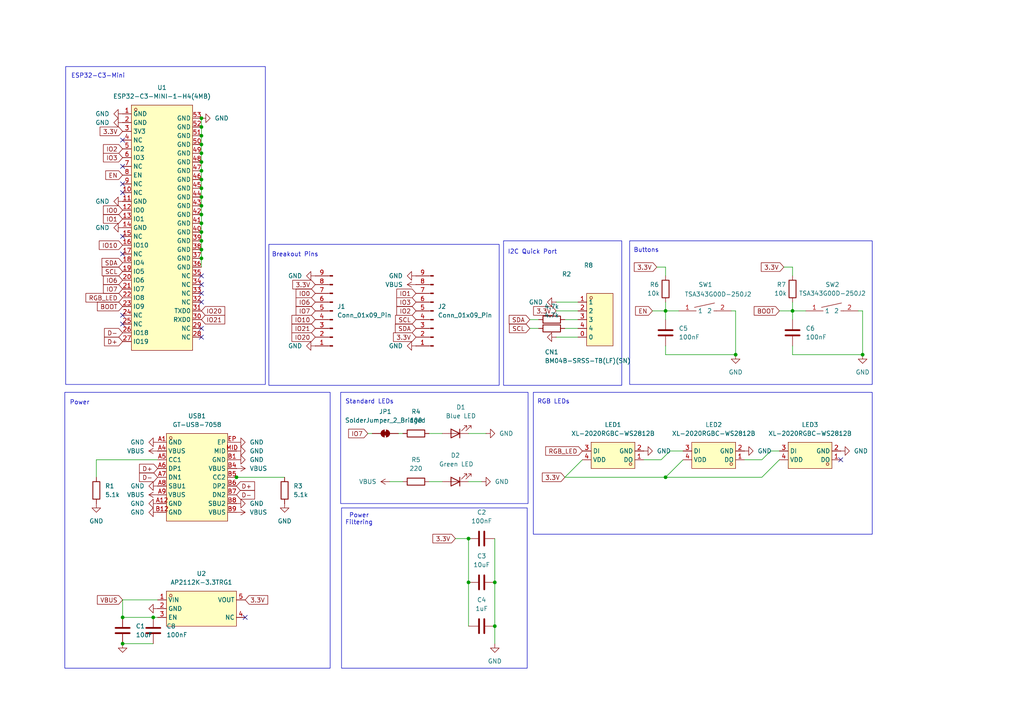
<source format=kicad_sch>
(kicad_sch (version 20250114) (generator "eeschema") (generator_version "9.0")
  (paper "A4")
  (lib_symbols
    (symbol "Connector:Conn_01x09_Pin" (pin_names (offset 1.016) (hide yes))
      (property "Reference" "J" (at 0 12.7 0))
      (property "Value" "Conn_01x09_Pin" (at 0 -12.7 0))
      (symbol "Conn_01x09_Pin_1_1"
        (rectangle (start 0.8636 10.287) (end 0 10.033) (stroke (width 0.1524)) (fill (type outline)))
        (rectangle (start 0.8636 7.747) (end 0 7.493) (stroke (width 0.1524)) (fill (type outline)))
        (rectangle (start 0.8636 5.207) (end 0 4.953) (stroke (width 0.1524)) (fill (type outline)))
        (rectangle (start 0.8636 2.667) (end 0 2.413) (stroke (width 0.1524)) (fill (type outline)))
        (rectangle (start 0.8636 0.127) (end 0 -0.127) (stroke (width 0.1524)) (fill (type outline)))
        (rectangle (start 0.8636 -2.413) (end 0 -2.667) (stroke (width 0.1524)) (fill (type outline)))
        (rectangle (start 0.8636 -4.953) (end 0 -5.207) (stroke (width 0.1524)) (fill (type outline)))
        (rectangle (start 0.8636 -7.493) (end 0 -7.747) (stroke (width 0.1524)) (fill (type outline)))
        (rectangle (start 0.8636 -10.033) (end 0 -10.287) (stroke (width 0.1524)) (fill (type outline)))
        (polyline (pts (xy 1.27 10.16) (xy 0.8636 10.16)) (stroke (width 0.1524)))
        (polyline (pts (xy 1.27 7.62) (xy 0.8636 7.62)) (stroke (width 0.1524)))
        (polyline (pts (xy 1.27 5.08) (xy 0.8636 5.08)) (stroke (width 0.1524)))
        (polyline (pts (xy 1.27 2.54) (xy 0.8636 2.54)) (stroke (width 0.1524)))
        (polyline (pts (xy 1.27 0) (xy 0.8636 0)) (stroke (width 0.1524)))
        (polyline (pts (xy 1.27 -2.54) (xy 0.8636 -2.54)) (stroke (width 0.1524)))
        (polyline (pts (xy 1.27 -5.08) (xy 0.8636 -5.08)) (stroke (width 0.1524)))
        (polyline (pts (xy 1.27 -7.62) (xy 0.8636 -7.62)) (stroke (width 0.1524)))
        (polyline (pts (xy 1.27 -10.16) (xy 0.8636 -10.16)) (stroke (width 0.1524)))
        (pin passive line (at 5.08 10.16 180) (length 3.81) (name "Pin_1") (number "1"))
        (pin passive line (at 5.08 7.62 180) (length 3.81) (name "Pin_2") (number "2"))
        (pin passive line (at 5.08 5.08 180) (length 3.81) (name "Pin_3") (number "3"))
        (pin passive line (at 5.08 2.54 180) (length 3.81) (name "Pin_4") (number "4"))
        (pin passive line (at 5.08 0 180) (length 3.81) (name "Pin_5") (number "5"))
        (pin passive line (at 5.08 -2.54 180) (length 3.81) (name "Pin_6") (number "6"))
        (pin passive line (at 5.08 -5.08 180) (length 3.81) (name "Pin_7") (number "7"))
        (pin passive line (at 5.08 -7.62 180) (length 3.81) (name "Pin_8") (number "8"))
        (pin passive line (at 5.08 -10.16 180) (length 3.81) (name "Pin_9") (number "9"))
      )
    )
    (symbol "Device:C" (pin_numbers (hide yes)) (pin_names (offset 0.254))
      (property "Reference" "C" (at 0.635 2.54 0))
      (property "Value" "C" (at 0.635 -2.54 0))
      (symbol "C_0_1"
        (polyline (pts (xy -2.032 0.762) (xy 2.032 0.762)) (stroke (width 0.508)))
        (polyline (pts (xy -2.032 -0.762) (xy 2.032 -0.762)) (stroke (width 0.508)))
      )
      (symbol "C_1_1"
        (pin passive line (at 0 3.81 270) (length 2.794) (name "~") (number "1"))
        (pin passive line (at 0 -3.81 90) (length 2.794) (name "~") (number "2"))
      )
    )
    (symbol "Device:LED" (pin_numbers (hide yes)) (pin_names (offset 1.016) (hide yes))
      (property "Reference" "D" (at 0 2.54 0))
      (property "Value" "LED" (at 0 -2.54 0))
      (symbol "LED_0_1"
        (polyline (pts (xy -3.048 -0.762) (xy -4.572 -2.286) (xy -3.81 -2.286) (xy -4.572 -2.286) (xy -4.572 -1.524)))
        (polyline (pts (xy -1.778 -0.762) (xy -3.302 -2.286) (xy -2.54 -2.286) (xy -3.302 -2.286) (xy -3.302 -1.524)))
        (polyline (pts (xy -1.27 0) (xy 1.27 0)))
        (polyline (pts (xy -1.27 -1.27) (xy -1.27 1.27)) (stroke (width 0.254)))
        (polyline (pts (xy 1.27 -1.27) (xy 1.27 1.27) (xy -1.27 0) (xy 1.27 -1.27)) (stroke (width 0.254)))
      )
      (symbol "LED_1_1"
        (pin passive line (at -3.81 0 0) (length 2.54) (name "K") (number "1"))
        (pin passive line (at 3.81 0 180) (length 2.54) (name "A") (number "2"))
      )
    )
    (symbol "Device:R" (pin_numbers (hide yes)) (pin_names (offset 0))
      (property "Reference" "R" (at 2.032 0 90))
      (property "Value" "R" (at 0 0 90))
      (symbol "R_0_1"
        (rectangle (start -1.016 -2.54) (end 1.016 2.54) (stroke (width 0.254)))
      )
      (symbol "R_1_1"
        (pin passive line (at 0 3.81 270) (length 1.27) (name "~") (number "1"))
        (pin passive line (at 0 -3.81 90) (length 1.27) (name "~") (number "2"))
      )
    )
    (symbol "EASYEDA2KICAD:AP2112K-3.3TRG1"
      (property "Reference" "U" (at 0 7.62 0))
      (property "Value" "AP2112K-3.3TRG1" (at 0 -7.62 0))
      (symbol "AP2112K-3.3TRG1_0_1"
        (rectangle (start -10.16 5.08) (end 10.16 -5.08) (fill (type background)))
        (circle (center -8.89 3.81) (radius 0.38))
        (pin unspecified line (at -12.7 2.54 0) (length 2.54) (name "VIN") (number "1"))
        (pin unspecified line (at -12.7 0 0) (length 2.54) (name "GND") (number "2"))
        (pin unspecified line (at -12.7 -2.54 0) (length 2.54) (name "EN") (number "3"))
        (pin unspecified line (at 12.7 2.54 180) (length 2.54) (name "VOUT") (number "5"))
        (pin unspecified line (at 12.7 -2.54 180) (length 2.54) (name "NC") (number "4"))
      )
    )
    (symbol "EASYEDA2KICAD:BM04B-SRSS-TB(LF)(SN)"
      (property "Reference" "CN" (at 0 10.16 0))
      (property "Value" "BM04B-SRSS-TB(LF)(SN)" (at 0 -10.16 0))
      (symbol "BM04B-SRSS-TB(LF)(SN)_0_1"
        (rectangle (start -2.54 7.62) (end 5.08 -7.62) (fill (type background)))
        (circle (center -1.27 6.35) (radius 0.38))
        (pin unspecified line (at -5.08 5.08 0) (length 2.54) (name "1") (number "1"))
        (pin unspecified line (at -5.08 2.54 0) (length 2.54) (name "2") (number "2"))
        (pin unspecified line (at -5.08 0 0) (length 2.54) (name "3") (number "3"))
        (pin unspecified line (at -5.08 -2.54 0) (length 2.54) (name "4") (number "4"))
        (pin unspecified line (at -5.08 -5.08 0) (length 2.54) (name "0") (number "0"))
      )
    )
    (symbol "EASYEDA2KICAD:ESP32-C3-MINI-1-H4(4MB)"
      (property "Reference" "U" (at 0 38.1 0))
      (property "Value" "ESP32-C3-MINI-1-H4(4MB)" (at 0 -38.1 0))
      (symbol "ESP32-C3-MINI-1-H4(4MB)_0_1"
        (rectangle (start -8.89 35.56) (end 8.89 -35.56) (fill (type background)))
        (circle (center -7.62 34.29) (radius 0.38))
        (pin unspecified line (at -11.43 33.02 0) (length 2.54) (name "GND") (number "1"))
        (pin unspecified line (at -11.43 30.48 0) (length 2.54) (name "GND") (number "2"))
        (pin unspecified line (at -11.43 27.94 0) (length 2.54) (name "3V3") (number "3"))
        (pin unspecified line (at -11.43 25.4 0) (length 2.54) (name "NC") (number "4"))
        (pin unspecified line (at -11.43 22.86 0) (length 2.54) (name "IO2") (number "5"))
        (pin unspecified line (at -11.43 20.32 0) (length 2.54) (name "IO3") (number "6"))
        (pin unspecified line (at -11.43 17.78 0) (length 2.54) (name "NC") (number "7"))
        (pin unspecified line (at -11.43 15.24 0) (length 2.54) (name "EN") (number "8"))
        (pin unspecified line (at -11.43 12.7 0) (length 2.54) (name "NC") (number "9"))
        (pin unspecified line (at -11.43 10.16 0) (length 2.54) (name "NC") (number "10"))
        (pin unspecified line (at -11.43 7.62 0) (length 2.54) (name "GND") (number "11"))
        (pin unspecified line (at -11.43 5.08 0) (length 2.54) (name "IO0") (number "12"))
        (pin unspecified line (at -11.43 2.54 0) (length 2.54) (name "IO1") (number "13"))
        (pin unspecified line (at -11.43 0 0) (length 2.54) (name "GND") (number "14"))
        (pin unspecified line (at -11.43 -2.54 0) (length 2.54) (name "NC") (number "15"))
        (pin unspecified line (at -11.43 -5.08 0) (length 2.54) (name "IO10") (number "16"))
        (pin unspecified line (at -11.43 -7.62 0) (length 2.54) (name "NC") (number "17"))
        (pin unspecified line (at -11.43 -10.16 0) (length 2.54) (name "IO4") (number "18"))
        (pin unspecified line (at -11.43 -12.7 0) (length 2.54) (name "IO5") (number "19"))
        (pin unspecified line (at -11.43 -15.24 0) (length 2.54) (name "IO6") (number "20"))
        (pin unspecified line (at -11.43 -17.78 0) (length 2.54) (name "IO7") (number "21"))
        (pin unspecified line (at -11.43 -20.32 0) (length 2.54) (name "IO8") (number "22"))
        (pin unspecified line (at -11.43 -22.86 0) (length 2.54) (name "IO9") (number "23"))
        (pin unspecified line (at -11.43 -25.4 0) (length 2.54) (name "NC") (number "24"))
        (pin unspecified line (at -11.43 -27.94 0) (length 2.54) (name "NC") (number "25"))
        (pin unspecified line (at -11.43 -30.48 0) (length 2.54) (name "IO18") (number "26"))
        (pin unspecified line (at -11.43 -33.02 0) (length 2.54) (name "IO19") (number "27"))
        (pin unspecified line (at 11.43 31.75 180) (length 2.54) (name "GND") (number "53"))
        (pin unspecified line (at 11.43 29.21 180) (length 2.54) (name "GND") (number "52"))
        (pin unspecified line (at 11.43 26.67 180) (length 2.54) (name "GND") (number "51"))
        (pin unspecified line (at 11.43 24.13 180) (length 2.54) (name "GND") (number "50"))
        (pin unspecified line (at 11.43 21.59 180) (length 2.54) (name "GND") (number "49"))
        (pin unspecified line (at 11.43 19.05 180) (length 2.54) (name "GND") (number "48"))
        (pin unspecified line (at 11.43 16.51 180) (length 2.54) (name "GND") (number "47"))
        (pin unspecified line (at 11.43 13.97 180) (length 2.54) (name "GND") (number "46"))
        (pin unspecified line (at 11.43 11.43 180) (length 2.54) (name "GND") (number "45"))
        (pin unspecified line (at 11.43 8.89 180) (length 2.54) (name "GND") (number "44"))
        (pin unspecified line (at 11.43 6.35 180) (length 2.54) (name "GND") (number "43"))
        (pin unspecified line (at 11.43 3.81 180) (length 2.54) (name "GND") (number "42"))
        (pin unspecified line (at 11.43 1.27 180) (length 2.54) (name "GND") (number "41"))
        (pin unspecified line (at 11.43 -1.27 180) (length 2.54) (name "GND") (number "40"))
        (pin unspecified line (at 11.43 -3.81 180) (length 2.54) (name "GND") (number "39"))
        (pin unspecified line (at 11.43 -6.35 180) (length 2.54) (name "GND") (number "38"))
        (pin unspecified line (at 11.43 -8.89 180) (length 2.54) (name "GND") (number "37"))
        (pin unspecified line (at 11.43 -11.43 180) (length 2.54) (name "GND") (number "36"))
        (pin unspecified line (at 11.43 -13.97 180) (length 2.54) (name "NC") (number "35"))
        (pin unspecified line (at 11.43 -16.51 180) (length 2.54) (name "NC") (number "34"))
        (pin unspecified line (at 11.43 -19.05 180) (length 2.54) (name "NC") (number "33"))
        (pin unspecified line (at 11.43 -21.59 180) (length 2.54) (name "NC") (number "32"))
        (pin unspecified line (at 11.43 -24.13 180) (length 2.54) (name "TXD0") (number "31"))
        (pin unspecified line (at 11.43 -26.67 180) (length 2.54) (name "RXD0") (number "30"))
        (pin unspecified line (at 11.43 -29.21 180) (length 2.54) (name "NC") (number "29"))
        (pin unspecified line (at 11.43 -31.75 180) (length 2.54) (name "NC") (number "28"))
      )
    )
    (symbol "EASYEDA2KICAD:GT-USB-7058"
      (property "Reference" "USB" (at 0 15.24 0))
      (property "Value" "GT-USB-7058" (at 0 -15.24 0))
      (symbol "GT-USB-7058_0_1"
        (rectangle (start -8.89 12.7) (end 8.89 -12.7) (fill (type background)))
        (circle (center -7.62 11.43) (radius 0.38))
        (pin unspecified line (at -11.43 10.16 0) (length 2.54) (name "GND") (number "A1"))
        (pin unspecified line (at -11.43 7.62 0) (length 2.54) (name "VBUS") (number "A4"))
        (pin unspecified line (at -11.43 5.08 0) (length 2.54) (name "CC1") (number "A5"))
        (pin unspecified line (at -11.43 2.54 0) (length 2.54) (name "DP1") (number "A6"))
        (pin unspecified line (at -11.43 0 0) (length 2.54) (name "DN1") (number "A7"))
        (pin unspecified line (at -11.43 -2.54 0) (length 2.54) (name "SBU1") (number "A8"))
        (pin unspecified line (at -11.43 -5.08 0) (length 2.54) (name "VBUS") (number "A9"))
        (pin unspecified line (at -11.43 -7.62 0) (length 2.54) (name "GND") (number "A12"))
        (pin unspecified line (at -11.43 -10.16 0) (length 2.54) (name "GND") (number "B12"))
        (pin unspecified line (at 11.43 10.16 180) (length 2.54) (name "EP") (number "EP"))
        (pin unspecified line (at 11.43 7.62 180) (length 2.54) (name "MID") (number "MID"))
        (pin unspecified line (at 11.43 5.08 180) (length 2.54) (name "GND") (number "B1"))
        (pin unspecified line (at 11.43 2.54 180) (length 2.54) (name "VBUS") (number "B4"))
        (pin unspecified line (at 11.43 0 180) (length 2.54) (name "CC2") (number "B5"))
        (pin unspecified line (at 11.43 -2.54 180) (length 2.54) (name "DP2") (number "B6"))
        (pin unspecified line (at 11.43 -5.08 180) (length 2.54) (name "DN2") (number "B7"))
        (pin unspecified line (at 11.43 -7.62 180) (length 2.54) (name "SBU2") (number "B8"))
        (pin unspecified line (at 11.43 -10.16 180) (length 2.54) (name "VBUS") (number "B9"))
      )
    )
    (symbol "EASYEDA2KICAD:TSA343G00D-250J2"
      (property "Reference" "SW" (at 0 5.08 0))
      (property "Value" "TSA343G00D-250J2" (at 0 -5.08 0))
      (symbol "TSA343G00D-250J2_0_1"
        (polyline (pts (xy -3.05 1.02) (xy 2.79 2.29)))
        (arc (start -1.78 0) (mid -1.78 0.04) (end -1.78 0))
        (arc (start 3.3 0) (mid 3.3 0.04) (end 3.3 0))
        (pin input line (at -7.62 0 0) (length 5.08) (name "1") (number "1"))
        (pin input line (at 7.62 0 180) (length 5.08) (name "2") (number "2"))
      )
    )
    (symbol "EASYEDA2KICAD:XL-2020RGBC-WS2812B"
      (property "Reference" "LED" (at 0 6.35 0))
      (property "Value" "XL-2020RGBC-WS2812B" (at 0 -6.35 0))
      (symbol "XL-2020RGBC-WS2812B_0_1"
        (rectangle (start -6.35 3.81) (end 6.35 -3.81) (fill (type background)))
        (circle (center 5.08 -2.54) (radius 0.38))
        (pin unspecified line (at -8.89 1.27 0) (length 2.54) (name "DI") (number "3"))
        (pin unspecified line (at -8.89 -1.27 0) (length 2.54) (name "VDD") (number "4"))
        (pin unspecified line (at 8.89 1.27 180) (length 2.54) (name "GND") (number "2"))
        (pin unspecified line (at 8.89 -1.27 180) (length 2.54) (name "DO") (number "1"))
      )
    )
    (symbol "Jumper:SolderJumper_2_Bridged" (pin_numbers (hide yes)) (pin_names (offset 0) (hide yes)) (in_bom no)
      (property "Reference" "JP" (at 0 2.032 0))
      (property "Value" "SolderJumper_2_Bridged" (at 0 -2.54 0))
      (symbol "SolderJumper_2_Bridged_0_1"
        (rectangle (start -0.508 0.508) (end 0.508 -0.508) (fill (type outline)))
        (polyline (pts (xy -0.254 1.016) (xy -0.254 -1.016)))
        (arc (start -0.254 -1.016) (mid -1.2656 0) (end -0.254 1.016))
        (arc (start -0.254 -1.016) (mid -1.2656 0) (end -0.254 1.016) (fill (type outline)))
        (arc (start 0.254 1.016) (mid 1.2656 0) (end 0.254 -1.016))
        (arc (start 0.254 1.016) (mid 1.2656 0) (end 0.254 -1.016) (fill (type outline)))
        (polyline (pts (xy 0.254 1.016) (xy 0.254 -1.016)))
      )
      (symbol "SolderJumper_2_Bridged_1_1"
        (pin passive line (at -3.81 0 0) (length 2.54) (name "A") (number "1"))
        (pin passive line (at 3.81 0 180) (length 2.54) (name "B") (number "2"))
      )
    )
    (symbol "power:GND" (power) (pin_numbers (hide yes)) (pin_names (offset 0) (hide yes))
      (property "Value" "GND" (at 0 -3.81 0))
      (symbol "GND_0_1"
        (polyline (pts (xy 0 0) (xy 0 -1.27) (xy 1.27 -1.27) (xy 0 -2.54) (xy -1.27 -1.27) (xy 0 -1.27)))
      )
      (symbol "GND_1_1"
        (pin power_in line (at 0 0 270) (length 0) (name "~") (number "1"))
      )
    )
    (symbol "power:VBUS" (power) (pin_numbers (hide yes)) (pin_names (offset 0) (hide yes))
      (property "Value" "VBUS" (at 0 3.556 0))
      (symbol "VBUS_0_1"
        (polyline (pts (xy -0.762 1.27) (xy 0 2.54)))
        (polyline (pts (xy 0 2.54) (xy 0.762 1.27)))
        (polyline (pts (xy 0 0) (xy 0 2.54)))
      )
      (symbol "VBUS_1_1"
        (pin power_in line (at 0 0 90) (length 0) (name "~") (number "1"))
      )
    )
  )
  (rectangle (start 77.978 70.866) (end 144.78 111.76))
  (rectangle (start 182.626 69.85) (end 252.984 111.506))
  (rectangle (start 99.06 147.32) (end 152.908 193.802))
  (rectangle (start 98.806 113.792) (end 153.162 146.05))
  (rectangle (start 18.796 113.792) (end 95.758 193.802))
  (rectangle (start 154.686 113.792) (end 252.984 154.94))
  (rectangle (start 146.05 69.85) (end 180.34 111.76))
  (rectangle (start 19.05 19.304) (end 76.962 111.506))
  (text "Buttons\n" (at 187.452 72.644 0) (effects (font (size 1.27 1.27))))
  (text "I2C Quick Port\n" (at 154.432 73.152 0) (effects (font (size 1.27 1.27))))
  (text "RGB LEDs\n" (at 160.528 116.586 0) (effects (font (size 1.27 1.27))))
  (text "ESP32-C3-Mini\n" (at 28.448 22.098 0) (effects (font (size 1.27 1.27))))
  (text "Breakout Pins\n" (at 85.598 73.914 0) (effects (font (size 1.27 1.27))))
  (text "Power\nFiltering\n" (at 104.14 150.622 0) (effects (font (size 1.27 1.27))))
  (text "Standard LEDs\n" (at 107.188 116.586 0) (effects (font (size 1.27 1.27))))
  (text "Power\n" (at 23.114 116.84 0) (effects (font (size 1.27 1.27))))
  (junction (at 213.36 102.87))
  (junction (at 58.42 39.37))
  (junction (at 58.42 64.77))
  (junction (at 58.42 54.61))
  (junction (at 193.04 138.43))
  (junction (at 58.42 62.23))
  (junction (at 58.42 52.07))
  (junction (at 35.56 186.69))
  (junction (at 250.19 102.87))
  (junction (at 135.89 156.21))
  (junction (at 58.42 49.53))
  (junction (at 58.42 72.39))
  (junction (at 135.89 168.91))
  (junction (at 58.42 59.69))
  (junction (at 58.42 34.29))
  (junction (at 143.51 181.61))
  (junction (at 58.42 74.93))
  (junction (at 44.45 179.07))
  (junction (at 58.42 67.31))
  (junction (at 68.58 138.43))
  (junction (at 58.42 46.99))
  (junction (at 58.42 44.45))
  (junction (at 58.42 69.85))
  (junction (at 193.04 90.17))
  (junction (at 58.42 41.91))
  (junction (at 229.87 90.17))
  (junction (at 143.51 168.91))
  (junction (at 35.56 179.07))
  (junction (at 58.42 57.15))
  (junction (at 58.42 36.83))
  (no_connect (at 35.56 53.34))
  (no_connect (at 35.56 93.98))
  (no_connect (at 58.42 82.55))
  (no_connect (at 35.56 55.88))
  (no_connect (at 35.56 48.26))
  (no_connect (at 35.56 68.58))
  (no_connect (at 58.42 85.09))
  (no_connect (at 35.56 73.66))
  (no_connect (at 58.42 97.79))
  (no_connect (at 58.42 80.01))
  (no_connect (at 243.84 133.35))
  (no_connect (at 35.56 40.64))
  (no_connect (at 71.12 179.07))
  (no_connect (at 58.42 95.25))
  (no_connect (at 58.42 87.63))
  (no_connect (at 35.56 91.44))
  (wire (pts (xy 226.06 90.17) (xy 229.87 90.17)))
  (wire (pts (xy 58.42 49.53) (xy 58.42 52.07)))
  (wire (pts (xy 212.09 90.17) (xy 213.36 90.17)))
  (wire (pts (xy 68.58 138.43) (xy 82.55 138.43)))
  (wire (pts (xy 220.98 138.43) (xy 226.06 133.35)))
  (wire (pts (xy 113.03 139.7) (xy 116.84 139.7)))
  (wire (pts (xy 58.42 46.99) (xy 58.42 49.53)))
  (wire (pts (xy 66.04 138.43) (xy 68.58 138.43)))
  (wire (pts (xy 193.04 102.87) (xy 213.36 102.87)))
  (wire (pts (xy 58.42 57.15) (xy 58.42 59.69)))
  (wire (pts (xy 58.42 59.69) (xy 58.42 62.23)))
  (wire (pts (xy 194.31 130.81) (xy 198.12 130.81)))
  (wire (pts (xy 135.89 156.21) (xy 135.89 168.91)))
  (wire (pts (xy 44.45 179.07) (xy 45.72 179.07)))
  (wire (pts (xy 193.04 90.17) (xy 193.04 92.71)))
  (wire (pts (xy 193.04 77.47) (xy 193.04 80.01)))
  (wire (pts (xy 135.89 139.7) (xy 139.7 139.7)))
  (wire (pts (xy 115.57 125.73) (xy 116.84 125.73)))
  (wire (pts (xy 193.04 138.43) (xy 220.98 138.43)))
  (wire (pts (xy 58.42 62.23) (xy 58.42 64.77)))
  (wire (pts (xy 58.42 64.77) (xy 58.42 67.31)))
  (wire (pts (xy 58.42 34.29) (xy 58.42 36.83)))
  (wire (pts (xy 250.19 90.17) (xy 250.19 102.87)))
  (wire (pts (xy 167.64 87.63) (xy 161.29 87.63)))
  (wire (pts (xy 143.51 181.61) (xy 143.51 186.69)))
  (wire (pts (xy 143.51 168.91) (xy 143.51 181.61)))
  (wire (pts (xy 163.83 138.43) (xy 193.04 138.43)))
  (wire (pts (xy 58.42 67.31) (xy 58.42 69.85)))
  (wire (pts (xy 135.89 168.91) (xy 135.89 181.61)))
  (wire (pts (xy 153.67 92.71) (xy 156.21 92.71)))
  (wire (pts (xy 35.56 173.99) (xy 45.72 173.99)))
  (wire (pts (xy 189.23 90.17) (xy 193.04 90.17)))
  (wire (pts (xy 223.52 130.81) (xy 226.06 130.81)))
  (wire (pts (xy 153.67 95.25) (xy 156.21 95.25)))
  (wire (pts (xy 186.69 133.35) (xy 191.77 133.35)))
  (wire (pts (xy 58.42 36.83) (xy 58.42 39.37)))
  (wire (pts (xy 229.87 77.47) (xy 229.87 80.01)))
  (wire (pts (xy 124.46 139.7) (xy 128.27 139.7)))
  (wire (pts (xy 58.42 52.07) (xy 58.42 54.61)))
  (wire (pts (xy 163.83 95.25) (xy 167.64 95.25)))
  (wire (pts (xy 229.87 90.17) (xy 229.87 92.71)))
  (wire (pts (xy 229.87 102.87) (xy 250.19 102.87)))
  (wire (pts (xy 167.64 97.79) (xy 161.29 97.79)))
  (wire (pts (xy 58.42 69.85) (xy 58.42 72.39)))
  (wire (pts (xy 191.77 133.35) (xy 194.31 130.81)))
  (wire (pts (xy 248.92 90.17) (xy 250.19 90.17)))
  (wire (pts (xy 58.42 74.93) (xy 58.42 77.47)))
  (wire (pts (xy 229.87 87.63) (xy 229.87 90.17)))
  (wire (pts (xy 58.42 39.37) (xy 58.42 41.91)))
  (wire (pts (xy 27.94 133.35) (xy 27.94 138.43)))
  (wire (pts (xy 193.04 102.87) (xy 193.04 100.33)))
  (wire (pts (xy 163.83 92.71) (xy 167.64 92.71)))
  (wire (pts (xy 193.04 87.63) (xy 193.04 90.17)))
  (wire (pts (xy 229.87 102.87) (xy 229.87 100.33)))
  (wire (pts (xy 58.42 41.91) (xy 58.42 44.45)))
  (wire (pts (xy 213.36 90.17) (xy 213.36 102.87)))
  (wire (pts (xy 215.9 133.35) (xy 220.98 133.35)))
  (wire (pts (xy 143.51 156.21) (xy 143.51 168.91)))
  (wire (pts (xy 124.46 125.73) (xy 128.27 125.73)))
  (wire (pts (xy 132.08 156.21) (xy 135.89 156.21)))
  (wire (pts (xy 167.64 90.17) (xy 161.29 90.17)))
  (wire (pts (xy 193.04 90.17) (xy 196.85 90.17)))
  (wire (pts (xy 35.56 173.99) (xy 35.56 179.07)))
  (wire (pts (xy 35.56 179.07) (xy 44.45 179.07)))
  (wire (pts (xy 106.68 125.73) (xy 107.95 125.73)))
  (wire (pts (xy 135.89 125.73) (xy 140.97 125.73)))
  (wire (pts (xy 58.42 72.39) (xy 58.42 74.93)))
  (wire (pts (xy 229.87 90.17) (xy 233.68 90.17)))
  (wire (pts (xy 35.56 186.69) (xy 44.45 186.69)))
  (wire (pts (xy 58.42 54.61) (xy 58.42 57.15)))
  (wire (pts (xy 220.98 133.35) (xy 223.52 130.81)))
  (wire (pts (xy 58.42 44.45) (xy 58.42 46.99)))
  (wire (pts (xy 27.94 133.35) (xy 45.72 133.35)))
  (wire (pts (xy 163.83 138.43) (xy 168.91 133.35)))
  (wire (pts (xy 198.12 133.35) (xy 193.04 138.43)))
  (wire (pts (xy 190.5 77.47) (xy 193.04 77.47)))
  (wire (pts (xy 227.33 77.47) (xy 229.87 77.47)))
  (global_label "3.3V" (shape input) (at 161.29 90.17 180) (property "Intersheetrefs" "${INTERSHEET_REFS}" (effects (hide yes))))
  (global_label "BOOT" (shape input) (at 35.56 88.9 180) (property "Intersheetrefs" "${INTERSHEET_REFS}" (effects (hide yes))))
  (global_label "3.3V" (shape input) (at 91.44 82.55 180) (property "Intersheetrefs" "${INTERSHEET_REFS}" (effects (hide yes))))
  (global_label "SDA" (shape input) (at 120.65 95.25 180) (property "Intersheetrefs" "${INTERSHEET_REFS}" (effects (hide yes))))
  (global_label "SCL" (shape input) (at 153.67 95.25 180) (property "Intersheetrefs" "${INTERSHEET_REFS}" (effects (hide yes))))
  (global_label "IO1" (shape input) (at 120.65 85.09 180) (property "Intersheetrefs" "${INTERSHEET_REFS}" (effects (hide yes))))
  (global_label "3.3V" (shape input) (at 190.5 77.47 180) (property "Intersheetrefs" "${INTERSHEET_REFS}" (effects (hide yes))))
  (global_label "3.3V" (shape input) (at 120.65 97.79 180) (property "Intersheetrefs" "${INTERSHEET_REFS}" (effects (hide yes))))
  (global_label "EN" (shape input) (at 189.23 90.17 180) (property "Intersheetrefs" "${INTERSHEET_REFS}" (effects (hide yes))))
  (global_label "D+" (shape input) (at 35.56 99.06 180) (property "Intersheetrefs" "${INTERSHEET_REFS}" (effects (hide yes))))
  (global_label "IO10" (shape input) (at 35.56 71.12 180) (property "Intersheetrefs" "${INTERSHEET_REFS}" (effects (hide yes))))
  (global_label "IO7" (shape input) (at 106.68 125.73 180) (property "Intersheetrefs" "${INTERSHEET_REFS}" (effects (hide yes))))
  (global_label "RGB_LED" (shape input) (at 35.56 86.36 180) (property "Intersheetrefs" "${INTERSHEET_REFS}" (effects (hide yes))))
  (global_label "3.3V" (shape input) (at 227.33 77.47 180) (property "Intersheetrefs" "${INTERSHEET_REFS}" (effects (hide yes))))
  (global_label "IO20" (shape input) (at 91.44 97.79 180) (property "Intersheetrefs" "${INTERSHEET_REFS}" (effects (hide yes))))
  (global_label "IO10" (shape input) (at 91.44 92.71 180) (property "Intersheetrefs" "${INTERSHEET_REFS}" (effects (hide yes))))
  (global_label "D+" (shape input) (at 68.58 140.97 0) (property "Intersheetrefs" "${INTERSHEET_REFS}" (effects (hide yes))))
  (global_label "IO3" (shape input) (at 35.56 45.72 180) (property "Intersheetrefs" "${INTERSHEET_REFS}" (effects (hide yes))))
  (global_label "D-" (shape input) (at 35.56 96.52 180) (property "Intersheetrefs" "${INTERSHEET_REFS}" (effects (hide yes))))
  (global_label "SDA" (shape input) (at 153.67 92.71 180) (property "Intersheetrefs" "${INTERSHEET_REFS}" (effects (hide yes))))
  (global_label "3.3V" (shape input) (at 163.83 138.43 180) (property "Intersheetrefs" "${INTERSHEET_REFS}" (effects (hide yes))))
  (global_label "3.3V" (shape input) (at 71.12 173.99 0) (property "Intersheetrefs" "${INTERSHEET_REFS}" (effects (hide yes))))
  (global_label "D+" (shape input) (at 45.72 135.89 180) (property "Intersheetrefs" "${INTERSHEET_REFS}" (effects (hide yes))))
  (global_label "IO7" (shape input) (at 35.56 83.82 180) (property "Intersheetrefs" "${INTERSHEET_REFS}" (effects (hide yes))))
  (global_label "3.3V" (shape input) (at 35.56 38.1 180) (property "Intersheetrefs" "${INTERSHEET_REFS}" (effects (hide yes))))
  (global_label "IO1" (shape input) (at 35.56 63.5 180) (property "Intersheetrefs" "${INTERSHEET_REFS}" (effects (hide yes))))
  (global_label "IO21" (shape input) (at 58.42 92.71 0) (property "Intersheetrefs" "${INTERSHEET_REFS}" (effects (hide yes))))
  (global_label "3.3V" (shape input) (at 132.08 156.21 180) (property "Intersheetrefs" "${INTERSHEET_REFS}" (effects (hide yes))))
  (global_label "EN" (shape input) (at 35.56 50.8 180) (property "Intersheetrefs" "${INTERSHEET_REFS}" (effects (hide yes))))
  (global_label "IO2" (shape input) (at 120.65 90.17 180) (property "Intersheetrefs" "${INTERSHEET_REFS}" (effects (hide yes))))
  (global_label "SDA" (shape input) (at 35.56 76.2 180) (property "Intersheetrefs" "${INTERSHEET_REFS}" (effects (hide yes))))
  (global_label "SCL" (shape input) (at 35.56 78.74 180) (property "Intersheetrefs" "${INTERSHEET_REFS}" (effects (hide yes))))
  (global_label "IO6" (shape input) (at 35.56 81.28 180) (property "Intersheetrefs" "${INTERSHEET_REFS}" (effects (hide yes))))
  (global_label "IO21" (shape input) (at 91.44 95.25 180) (property "Intersheetrefs" "${INTERSHEET_REFS}" (effects (hide yes))))
  (global_label "D-" (shape input) (at 45.72 138.43 180) (property "Intersheetrefs" "${INTERSHEET_REFS}" (effects (hide yes))))
  (global_label "IO7" (shape input) (at 91.44 90.17 180) (property "Intersheetrefs" "${INTERSHEET_REFS}" (effects (hide yes))))
  (global_label "SCL" (shape input) (at 120.65 92.71 180) (property "Intersheetrefs" "${INTERSHEET_REFS}" (effects (hide yes))))
  (global_label "IO0" (shape input) (at 91.44 85.09 180) (property "Intersheetrefs" "${INTERSHEET_REFS}" (effects (hide yes))))
  (global_label "IO3" (shape input) (at 120.65 87.63 180) (property "Intersheetrefs" "${INTERSHEET_REFS}" (effects (hide yes))))
  (global_label "D-" (shape input) (at 68.58 143.51 0) (property "Intersheetrefs" "${INTERSHEET_REFS}" (effects (hide yes))))
  (global_label "VBUS" (shape input) (at 35.56 173.99 180) (property "Intersheetrefs" "${INTERSHEET_REFS}" (effects (hide yes))))
  (global_label "RGB_LED" (shape input) (at 168.91 130.81 180) (property "Intersheetrefs" "${INTERSHEET_REFS}" (effects (hide yes))))
  (global_label "IO20" (shape input) (at 58.42 90.17 0) (property "Intersheetrefs" "${INTERSHEET_REFS}" (effects (hide yes))))
  (global_label "BOOT" (shape input) (at 226.06 90.17 180) (property "Intersheetrefs" "${INTERSHEET_REFS}" (effects (hide yes))))
  (global_label "IO0" (shape input) (at 35.56 60.96 180) (property "Intersheetrefs" "${INTERSHEET_REFS}" (effects (hide yes))))
  (global_label "IO6" (shape input) (at 91.44 87.63 180) (property "Intersheetrefs" "${INTERSHEET_REFS}" (effects (hide yes))))
  (global_label "IO2" (shape input) (at 35.56 43.18 180) (property "Intersheetrefs" "${INTERSHEET_REFS}" (effects (hide yes))))
  (symbol (lib_id "power:VBUS") (at 68.58 148.59 270) (unit 1)
    (property "Reference" "#PWR06" (effects (hide yes)))
    (property "Value" "VBUS" (at 72.39 148.5899 90) (effects (justify left)))
    (property "Description" "Power symbol creates a global label with name \"VBUS\"" (effects (hide yes)))
  )
  (symbol (lib_id "Device:C") (at 44.45 182.88 0) (unit 1)
    (property "Reference" "C8" (at 48.26 181.6099 0) (effects (justify left)))
    (property "Value" "100nF" (at 48.26 184.1499 0) (effects (justify left)))
    (property "Footprint" "Capacitor_SMD:C_0603_1608Metric" (effects (hide yes)))
    (property "Description" "Unpolarized capacitor" (effects (hide yes)))
  )
  (symbol (lib_id "Connector:Conn_01x09_Pin") (at 125.73 90.17 180) (unit 1)
    (property "Reference" "J2" (at 127 88.8999 0) (effects (justify right)))
    (property "Value" "Conn_01x09_Pin" (at 127 91.4399 0) (effects (justify right)))
    (property "Footprint" "Connector_PinSocket_2.54mm:PinSocket_1x09_P2.54mm_Vertical" (effects (hide yes)))
    (property "Description" "Generic connector, single row, 01x09, script generated" (effects (hide yes)))
  )
  (symbol (lib_id "Device:R") (at 160.02 92.71 90) (unit 1)
    (property "Reference" "R2" (at 164.338 79.502 90))
    (property "Value" "4.7k" (at 160.02 88.9 90))
    (property "Footprint" "Resistor_SMD:R_0603_1608Metric" (effects (hide yes)))
    (property "Description" "Resistor" (effects (hide yes)))
  )
  (symbol (lib_id "power:GND") (at 68.58 128.27 90) (unit 1)
    (property "Reference" "#PWR014" (effects (hide yes)))
    (property "Value" "GND" (at 72.39 128.2699 90) (effects (justify right)))
    (property "Description" "Power symbol creates a global label with name \"GND\" , ground" (effects (hide yes)))
  )
  (symbol (lib_id "power:GND") (at 35.56 66.04 270) (unit 1)
    (property "Reference" "#PWR025" (effects (hide yes)))
    (property "Value" "GND" (at 31.75 66.0399 90) (effects (justify right)))
    (property "Description" "Power symbol creates a global label with name \"GND\" , ground" (effects (hide yes)))
  )
  (symbol (lib_id "Device:C") (at 229.87 96.52 0) (unit 1)
    (property "Reference" "C6" (at 233.68 95.2499 0) (effects (justify left)))
    (property "Value" "100nF" (at 233.68 97.7899 0) (effects (justify left)))
    (property "Footprint" "Capacitor_SMD:C_0603_1608Metric" (effects (hide yes)))
    (property "Description" "Unpolarized capacitor" (effects (hide yes)))
  )
  (symbol (lib_id "power:VBUS") (at 120.65 82.55 90) (unit 1)
    (property "Reference" "#PWR038" (effects (hide yes)))
    (property "Value" "VBUS" (at 116.84 82.5499 90) (effects (justify left)))
    (property "Description" "Power symbol creates a global label with name \"VBUS\"" (effects (hide yes)))
  )
  (symbol (lib_id "Device:R") (at 229.87 83.82 0) (unit 1)
    (property "Reference" "R7" (at 225.298 82.55 0) (effects (justify left)))
    (property "Value" "10k" (at 224.536 85.09 0) (effects (justify left)))
    (property "Footprint" "Resistor_SMD:R_0603_1608Metric" (effects (hide yes)))
    (property "Description" "Resistor" (effects (hide yes)))
  )
  (symbol (lib_id "power:GND") (at 35.56 33.02 270) (unit 1)
    (property "Reference" "#PWR022" (effects (hide yes)))
    (property "Value" "GND" (at 31.75 33.0199 90) (effects (justify right)))
    (property "Description" "Power symbol creates a global label with name \"GND\" , ground" (effects (hide yes)))
  )
  (symbol (lib_id "power:GND") (at 27.94 146.05 0) (unit 1)
    (property "Reference" "#PWR012" (effects (hide yes)))
    (property "Value" "GND" (at 27.94 151.13 0))
    (property "Description" "Power symbol creates a global label with name \"GND\" , ground" (effects (hide yes)))
  )
  (symbol (lib_id "power:GND") (at 120.65 100.33 270) (unit 1)
    (property "Reference" "#PWR036" (effects (hide yes)))
    (property "Value" "GND" (at 116.84 100.3299 90) (effects (justify right)))
    (property "Description" "Power symbol creates a global label with name \"GND\" , ground" (effects (hide yes)))
  )
  (symbol (lib_id "Device:C") (at 193.04 96.52 0) (unit 1)
    (property "Reference" "C5" (at 196.85 95.2499 0) (effects (justify left)))
    (property "Value" "100nF" (at 196.85 97.7899 0) (effects (justify left)))
    (property "Footprint" "Capacitor_SMD:C_0603_1608Metric" (effects (hide yes)))
    (property "Description" "Unpolarized capacitor" (effects (hide yes)))
  )
  (symbol (lib_id "Device:R") (at 120.65 125.73 90) (unit 1)
    (property "Reference" "R4" (at 120.65 119.38 90))
    (property "Value" "100" (at 120.65 121.92 90))
    (property "Footprint" "Resistor_SMD:R_0603_1608Metric" (effects (hide yes)))
    (property "Description" "Resistor" (effects (hide yes)))
  )
  (symbol (lib_id "power:GND") (at 45.72 176.53 270) (unit 1)
    (property "Reference" "#PWR016" (effects (hide yes)))
    (property "Value" "GND" (effects (hide yes)))
    (property "Description" "Power symbol creates a global label with name \"GND\" , ground" (effects (hide yes)))
  )
  (symbol (lib_id "power:GND") (at 45.72 146.05 270) (unit 1)
    (property "Reference" "#PWR02" (effects (hide yes)))
    (property "Value" "GND" (at 41.91 146.0499 90) (effects (justify right)))
    (property "Description" "Power symbol creates a global label with name \"GND\" , ground" (effects (hide yes)))
  )
  (symbol (lib_id "Device:C") (at 139.7 156.21 90) (unit 1)
    (property "Reference" "C2" (at 139.7 148.59 90))
    (property "Value" "100nF" (at 139.7 151.13 90))
    (property "Footprint" "Capacitor_SMD:C_0603_1608Metric" (effects (hide yes)))
    (property "Description" "Unpolarized capacitor" (effects (hide yes)))
  )
  (symbol (lib_id "power:GND") (at 45.72 128.27 270) (unit 1)
    (property "Reference" "#PWR09" (effects (hide yes)))
    (property "Value" "GND" (at 41.91 128.2699 90) (effects (justify right)))
    (property "Description" "Power symbol creates a global label with name \"GND\" , ground" (effects (hide yes)))
  )
  (symbol (lib_id "Device:R") (at 27.94 142.24 0) (unit 1)
    (property "Reference" "R1" (at 30.48 140.9699 0) (effects (justify left)))
    (property "Value" "5.1k" (at 30.48 143.5099 0) (effects (justify left)))
    (property "Footprint" "Resistor_SMD:R_0603_1608Metric" (effects (hide yes)))
    (property "Description" "Resistor" (effects (hide yes)))
  )
  (symbol (lib_id "power:GND") (at 250.19 102.87 0) (unit 1)
    (property "Reference" "#PWR030" (effects (hide yes)))
    (property "Value" "GND" (at 250.19 107.95 0))
    (property "Description" "Power symbol creates a global label with name \"GND\" , ground" (effects (hide yes)))
  )
  (symbol (lib_id "power:GND") (at 35.56 58.42 270) (unit 1)
    (property "Reference" "#PWR024" (effects (hide yes)))
    (property "Value" "GND" (at 31.75 58.4199 90) (effects (justify right)))
    (property "Description" "Power symbol creates a global label with name \"GND\" , ground" (effects (hide yes)))
  )
  (symbol (lib_id "EASYEDA2KICAD:AP2112K-3.3TRG1") (at 58.42 176.53 0) (unit 1)
    (property "Reference" "U2" (at 58.42 166.37 0))
    (property "Value" "AP2112K-3.3TRG1" (at 58.42 168.91 0))
    (property "Footprint" "EASYEDA2KICAD:SOT-25-5_L2.9-W1.6-P0.95-LS2.8-BL" (effects (hide yes)))
    (property "Datasheet" "https://lcsc.com/product-detail/Low-Dropout-Regulators-LDO_DIODES_AP2112K-3-3TRG1_AP2112K-3-3TRG1_C51118.html" (effects (hide yes)))
    (property "LCSC Part" "C51118" (effects (hide yes)))
  )
  (symbol (lib_id "power:VBUS") (at 113.03 139.7 90) (unit 1)
    (property "Reference" "#PWR018" (effects (hide yes)))
    (property "Value" "VBUS" (at 109.22 139.6999 90) (effects (justify left)))
    (property "Description" "Power symbol creates a global label with name \"VBUS\"" (effects (hide yes)))
  )
  (symbol (lib_id "Jumper:SolderJumper_2_Bridged") (at 111.76 125.73 0) (unit 1) (in_bom no)
    (property "Reference" "JP1" (at 111.76 119.38 0))
    (property "Value" "SolderJumper_2_Bridged" (at 111.76 121.92 0))
    (property "Footprint" "Jumper:SolderJumper-2_P1.3mm_Bridged_RoundedPad1.0x1.5mm" (effects (hide yes)))
    (property "Description" "Solder Jumper, 2-pole, closed/bridged" (effects (hide yes)))
  )
  (symbol (lib_id "Connector:Conn_01x09_Pin") (at 96.52 90.17 180) (unit 1)
    (property "Reference" "J1" (at 97.79 88.8999 0) (effects (justify right)))
    (property "Value" "Conn_01x09_Pin" (at 97.79 91.4399 0) (effects (justify right)))
    (property "Footprint" "Connector_PinSocket_2.54mm:PinSocket_1x09_P2.54mm_Vertical" (effects (hide yes)))
    (property "Description" "Generic connector, single row, 01x09, script generated" (effects (hide yes)))
  )
  (symbol (lib_id "power:GND") (at 82.55 146.05 0) (unit 1)
    (property "Reference" "#PWR011" (effects (hide yes)))
    (property "Value" "GND" (at 82.55 151.13 0))
    (property "Description" "Power symbol creates a global label with name \"GND\" , ground" (effects (hide yes)))
  )
  (symbol (lib_id "Device:C") (at 35.56 182.88 0) (unit 1)
    (property "Reference" "C1" (at 39.37 181.6099 0) (effects (justify left)))
    (property "Value" "10uF" (at 39.37 184.1499 0) (effects (justify left)))
    (property "Footprint" "Capacitor_SMD:C_0805_2012Metric" (effects (hide yes)))
    (property "Description" "Unpolarized capacitor" (effects (hide yes)))
  )
  (symbol (lib_id "power:GND") (at 161.29 87.63 270) (unit 1)
    (property "Reference" "#PWR032" (effects (hide yes)))
    (property "Value" "GND" (at 157.48 87.6299 90) (effects (justify right)))
    (property "Description" "Power symbol creates a global label with name \"GND\" , ground" (effects (hide yes)))
  )
  (symbol (lib_id "EASYEDA2KICAD:ESP32-C3-MINI-1-H4(4MB)") (at 46.99 66.04 0) (unit 1)
    (property "Reference" "U1" (at 46.99 25.4 0))
    (property "Value" "ESP32-C3-MINI-1-H4(4MB)" (at 46.99 27.94 0))
    (property "Footprint" "EASYEDA2KICAD:WIFIM-SMD_ESP32-C3-MINI-1" (effects (hide yes)))
    (property "LCSC Part" "C2934569" (effects (hide yes)))
  )
  (symbol (lib_id "power:GND") (at 140.97 125.73 90) (unit 1)
    (property "Reference" "#PWR021" (effects (hide yes)))
    (property "Value" "GND" (at 144.78 125.7299 90) (effects (justify right)))
    (property "Description" "Power symbol creates a global label with name \"GND\" , ground" (effects (hide yes)))
  )
  (symbol (lib_id "Device:R") (at 160.02 95.25 90) (unit 1)
    (property "Reference" "R8" (at 170.688 76.962 90))
    (property "Value" "4.7k" (at 160.02 91.44 90))
    (property "Footprint" "Resistor_SMD:R_0603_1608Metric" (effects (hide yes)))
    (property "Description" "Resistor" (effects (hide yes)))
  )
  (symbol (lib_id "power:GND") (at 243.84 130.81 90) (unit 1)
    (property "Reference" "#PWR028" (effects (hide yes)))
    (property "Value" "GND" (at 247.65 130.8099 90) (effects (justify right)))
    (property "Description" "Power symbol creates a global label with name \"GND\" , ground" (effects (hide yes)))
  )
  (symbol (lib_id "power:GND") (at 143.51 186.69 0) (unit 1)
    (property "Reference" "#PWR017" (effects (hide yes)))
    (property "Value" "GND" (at 143.51 191.77 0))
    (property "Description" "Power symbol creates a global label with name \"GND\" , ground" (effects (hide yes)))
  )
  (symbol (lib_id "power:VBUS") (at 45.72 143.51 90) (unit 1)
    (property "Reference" "#PWR04" (effects (hide yes)))
    (property "Value" "VBUS" (at 41.91 143.5099 90) (effects (justify left)))
    (property "Description" "Power symbol creates a global label with name \"VBUS\"" (effects (hide yes)))
  )
  (symbol (lib_id "power:VBUS") (at 45.72 130.81 90) (unit 1)
    (property "Reference" "#PWR05" (effects (hide yes)))
    (property "Value" "VBUS" (at 41.91 130.8099 90) (effects (justify left)))
    (property "Description" "Power symbol creates a global label with name \"VBUS\"" (effects (hide yes)))
  )
  (symbol (lib_id "power:GND") (at 45.72 140.97 270) (unit 1)
    (property "Reference" "#PWR08" (effects (hide yes)))
    (property "Value" "GND" (at 41.91 140.9699 90) (effects (justify right)))
    (property "Description" "Power symbol creates a global label with name \"GND\" , ground" (effects (hide yes)))
  )
  (symbol (lib_id "Device:C") (at 139.7 168.91 270) (unit 1)
    (property "Reference" "C3" (at 139.7 161.29 90))
    (property "Value" "10uF" (at 139.7 163.83 90))
    (property "Footprint" "Capacitor_SMD:C_0805_2012Metric" (effects (hide yes)))
    (property "Description" "Unpolarized capacitor" (effects (hide yes)))
  )
  (symbol (lib_id "power:GND") (at 58.42 34.29 90) (unit 1)
    (property "Reference" "#PWR020" (effects (hide yes)))
    (property "Value" "GND" (at 62.23 34.2899 90) (effects (justify right)))
    (property "Description" "Power symbol creates a global label with name \"GND\" , ground" (effects (hide yes)))
  )
  (symbol (lib_id "power:GND") (at 120.65 80.01 270) (unit 1)
    (property "Reference" "#PWR034" (effects (hide yes)))
    (property "Value" "GND" (at 116.84 80.0099 90) (effects (justify right)))
    (property "Description" "Power symbol creates a global label with name \"GND\" , ground" (effects (hide yes)))
  )
  (symbol (lib_id "power:GND") (at 139.7 139.7 90) (unit 1)
    (property "Reference" "#PWR019" (effects (hide yes)))
    (property "Value" "GND" (at 143.51 139.6999 90) (effects (justify right)))
    (property "Description" "Power symbol creates a global label with name \"GND\" , ground" (effects (hide yes)))
  )
  (symbol (lib_id "EASYEDA2KICAD:BM04B-SRSS-TB(LF)(SN)") (at 172.72 92.71 0) (unit 1)
    (property "Reference" "CN1" (at 157.988 102.108 0) (effects (justify left)))
    (property "Value" "BM04B-SRSS-TB(LF)(SN)" (at 157.988 104.648 0) (effects (justify left)))
    (property "Footprint" "EASYEDA2KICAD:CONN-SMD_BM04B-SRSS-TB" (effects (hide yes)))
    (property "Datasheet" "https://lcsc.com/product-detail/Others_JST-Sales-America__JST-Sales-America-BM04B-SRSS-TB-LF-SN_C160390.html" (effects (hide yes)))
    (property "LCSC Part" "C160390" (effects (hide yes)))
  )
  (symbol (lib_id "Device:LED") (at 132.08 139.7 180) (unit 1)
    (property "Reference" "D2" (at 132.08 132.08 0))
    (property "Value" "Green LED" (at 132.334 134.62 0))
    (property "Footprint" "LED_SMD:LED_0805_2012Metric" (effects (hide yes)))
    (property "Description" "Light emitting diode" (effects (hide yes)))
    (property "Sim.Pins" "1=K 2=A" (effects (hide yes)))
  )
  (symbol (lib_id "Device:R") (at 120.65 139.7 90) (unit 1)
    (property "Reference" "R5" (at 120.65 133.35 90))
    (property "Value" "220" (at 120.65 135.89 90))
    (property "Footprint" "Resistor_SMD:R_0603_1608Metric" (effects (hide yes)))
    (property "Description" "Resistor" (effects (hide yes)))
  )
  (symbol (lib_id "power:GND") (at 35.56 186.69 0) (mirror y) (unit 1)
    (property "Reference" "#PWR015" (effects (hide yes)))
    (property "Value" "GND" (effects (hide yes)))
    (property "Description" "Power symbol creates a global label with name \"GND\" , ground" (effects (hide yes)))
  )
  (symbol (lib_id "power:GND") (at 68.58 133.35 90) (unit 1)
    (property "Reference" "#PWR01" (effects (hide yes)))
    (property "Value" "GND" (at 72.39 133.3499 90) (effects (justify right)))
    (property "Description" "Power symbol creates a global label with name \"GND\" , ground" (effects (hide yes)))
  )
  (symbol (lib_id "power:GND") (at 161.29 97.79 270) (unit 1)
    (property "Reference" "#PWR033" (effects (hide yes)))
    (property "Value" "GND" (effects (hide yes)))
    (property "Description" "Power symbol creates a global label with name \"GND\" , ground" (effects (hide yes)))
  )
  (symbol (lib_id "power:GND") (at 91.44 80.01 270) (unit 1)
    (property "Reference" "#PWR037" (effects (hide yes)))
    (property "Value" "GND" (at 87.63 80.0099 90) (effects (justify right)))
    (property "Description" "Power symbol creates a global label with name \"GND\" , ground" (effects (hide yes)))
  )
  (symbol (lib_id "Device:C") (at 139.7 181.61 270) (unit 1)
    (property "Reference" "C4" (at 139.7 173.99 90))
    (property "Value" "1uF" (at 139.7 176.53 90))
    (property "Footprint" "Capacitor_SMD:C_0603_1608Metric" (effects (hide yes)))
    (property "Description" "Unpolarized capacitor" (effects (hide yes)))
  )
  (symbol (lib_id "Device:R") (at 82.55 142.24 0) (unit 1)
    (property "Reference" "R3" (at 85.09 140.9699 0) (effects (justify left)))
    (property "Value" "5.1k" (at 85.09 143.5099 0) (effects (justify left)))
    (property "Footprint" "Resistor_SMD:R_0603_1608Metric" (effects (hide yes)))
    (property "Description" "Resistor" (effects (hide yes)))
  )
  (symbol (lib_id "power:GND") (at 35.56 35.56 270) (unit 1)
    (property "Reference" "#PWR023" (effects (hide yes)))
    (property "Value" "GND" (at 31.75 35.5599 90) (effects (justify right)))
    (property "Description" "Power symbol creates a global label with name \"GND\" , ground" (effects (hide yes)))
  )
  (symbol (lib_id "EASYEDA2KICAD:XL-2020RGBC-WS2812B") (at 207.01 132.08 0) (unit 1)
    (property "Reference" "LED2" (at 207.01 123.19 0))
    (property "Value" "XL-2020RGBC-WS2812B" (at 207.01 125.73 0))
    (property "Footprint" "EASYEDA2KICAD:LED-SMD_4P-L2.0-W2.0-BR-1" (effects (hide yes)))
    (property "LCSC Part" "C5349955" (effects (hide yes)))
  )
  (symbol (lib_id "EASYEDA2KICAD:XL-2020RGBC-WS2812B") (at 177.8 132.08 0) (unit 1)
    (property "Reference" "LED1" (at 177.8 123.19 0))
    (property "Value" "XL-2020RGBC-WS2812B" (at 177.8 125.73 0))
    (property "Footprint" "EASYEDA2KICAD:LED-SMD_4P-L2.0-W2.0-BR-1" (effects (hide yes)))
    (property "LCSC Part" "C5349955" (effects (hide yes)))
  )
  (symbol (lib_id "power:GND") (at 186.69 130.81 90) (unit 1)
    (property "Reference" "#PWR026" (effects (hide yes)))
    (property "Value" "GND" (at 190.5 130.8099 90) (effects (justify right)))
    (property "Description" "Power symbol creates a global label with name \"GND\" , ground" (effects (hide yes)))
  )
  (symbol (lib_id "EASYEDA2KICAD:TSA343G00D-250J2") (at 241.3 90.17 0) (unit 1)
    (property "Reference" "SW2" (at 241.435 82.55 0))
    (property "Value" "TSA343G00D-250J2" (at 241.435 85.09 0))
    (property "Footprint" "EASYEDA2KICAD:SW-SMD_L4.0-W2.9-P4.15-EH" (effects (hide yes)))
    (property "Datasheet" "https://lcsc.com/product-detail/_BRIGHT-TSA343G00D-250J2_C354947.html" (effects (hide yes)))
    (property "LCSC Part" "C354947" (effects (hide yes)))
  )
  (symbol (lib_id "power:GND") (at 215.9 130.81 90) (unit 1)
    (property "Reference" "#PWR027" (effects (hide yes)))
    (property "Value" "GND" (at 219.71 130.8099 90) (effects (justify right)))
    (property "Description" "Power symbol creates a global label with name \"GND\" , ground" (effects (hide yes)))
  )
  (symbol (lib_id "EASYEDA2KICAD:GT-USB-7058") (at 57.15 138.43 0) (unit 1)
    (property "Reference" "USB1" (at 57.15 120.65 0))
    (property "Value" "GT-USB-7058" (at 57.15 123.19 0))
    (property "Footprint" "EASYEDA2KICAD:USB-C-SMD_GT-USB-7058" (effects (hide yes)))
    (property "LCSC Part" "C2762991" (effects (hide yes)))
  )
  (symbol (lib_id "Device:R") (at 193.04 83.82 0) (unit 1)
    (property "Reference" "R6" (at 188.468 82.55 0) (effects (justify left)))
    (property "Value" "10k" (at 187.706 85.09 0) (effects (justify left)))
    (property "Footprint" "Resistor_SMD:R_0603_1608Metric" (effects (hide yes)))
    (property "Description" "Resistor" (effects (hide yes)))
  )
  (symbol (lib_id "power:GND") (at 45.72 148.59 270) (unit 1)
    (property "Reference" "#PWR03" (effects (hide yes)))
    (property "Value" "GND" (at 41.91 148.5899 90) (effects (justify right)))
    (property "Description" "Power symbol creates a global label with name \"GND\" , ground" (effects (hide yes)))
  )
  (symbol (lib_id "power:GND") (at 68.58 146.05 90) (unit 1)
    (property "Reference" "#PWR010" (effects (hide yes)))
    (property "Value" "GND" (at 72.39 146.0499 90) (effects (justify right)))
    (property "Description" "Power symbol creates a global label with name \"GND\" , ground" (effects (hide yes)))
  )
  (symbol (lib_id "EASYEDA2KICAD:XL-2020RGBC-WS2812B") (at 234.95 132.08 0) (unit 1)
    (property "Reference" "LED3" (at 234.95 123.19 0))
    (property "Value" "XL-2020RGBC-WS2812B" (at 234.95 125.73 0))
    (property "Footprint" "EASYEDA2KICAD:LED-SMD_4P-L2.0-W2.0-BR-1" (effects (hide yes)))
    (property "LCSC Part" "C5349955" (effects (hide yes)))
  )
  (symbol (lib_id "power:GND") (at 91.44 100.33 270) (unit 1)
    (property "Reference" "#PWR035" (effects (hide yes)))
    (property "Value" "GND" (at 87.63 100.3299 90) (effects (justify right)))
    (property "Description" "Power symbol creates a global label with name \"GND\" , ground" (effects (hide yes)))
  )
  (symbol (lib_id "power:VBUS") (at 68.58 135.89 270) (unit 1)
    (property "Reference" "#PWR07" (effects (hide yes)))
    (property "Value" "VBUS" (at 72.39 135.8899 90) (effects (justify left)))
    (property "Description" "Power symbol creates a global label with name \"VBUS\"" (effects (hide yes)))
  )
  (symbol (lib_id "EASYEDA2KICAD:TSA343G00D-250J2") (at 204.47 90.17 0) (unit 1)
    (property "Reference" "SW1" (at 204.605 82.55 0))
    (property "Value" "TSA343G00D-250J2" (at 208.28 85.344 0))
    (property "Footprint" "EASYEDA2KICAD:SW-SMD_L4.0-W2.9-P4.15-EH" (effects (hide yes)))
    (property "Datasheet" "https://lcsc.com/product-detail/_BRIGHT-TSA343G00D-250J2_C354947.html" (effects (hide yes)))
    (property "LCSC Part" "C354947" (effects (hide yes)))
  )
  (symbol (lib_id "Device:LED") (at 132.08 125.73 180) (unit 1)
    (property "Reference" "D1" (at 133.6675 118.11 0))
    (property "Value" "Blue LED" (at 133.6675 120.65 0))
    (property "Footprint" "LED_SMD:LED_0805_2012Metric" (effects (hide yes)))
    (property "Description" "Light emitting diode" (effects (hide yes)))
    (property "Sim.Pins" "1=K 2=A" (effects (hide yes)))
  )
  (symbol (lib_id "power:GND") (at 68.58 130.81 90) (unit 1)
    (property "Reference" "#PWR013" (effects (hide yes)))
    (property "Value" "GND" (at 72.39 130.8099 90) (effects (justify right)))
    (property "Description" "Power symbol creates a global label with name \"GND\" , ground" (effects (hide yes)))
  )
  (symbol (lib_id "power:GND") (at 213.36 102.87 0) (unit 1)
    (property "Reference" "#PWR029" (effects (hide yes)))
    (property "Value" "GND" (at 213.36 107.95 0))
    (property "Description" "Power symbol creates a global label with name \"GND\" , ground" (effects (hide yes)))
  )
)
</source>
